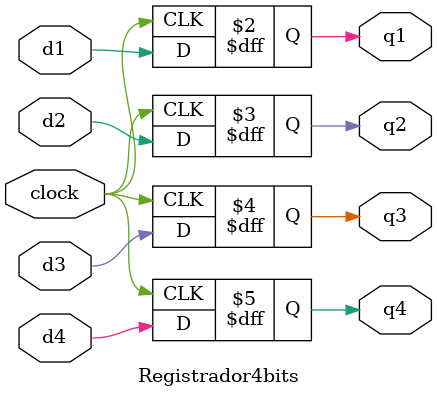
<source format=v>
module Registrador4bits(
  input clock,
  input d1,
  input d2,
  input d3,
  input d4,
  output reg q1,
  output reg q2,
  output reg q3,
  output reg q4
);
  
  always @ (posedge clock) begin
    q1 <= d1;
    q2 <= d2;
    q3 <= d3;
    q4 <= d4;
  end
  
endmodule
</source>
